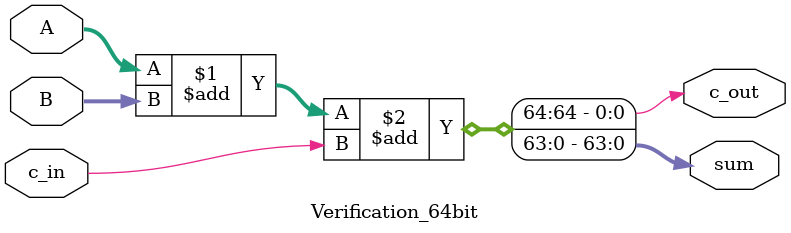
<source format=v>
`timescale 1ns / 1ps


module Verification_64bit(
    output c_out,
    output [63:0] sum,
    input [63:0] A,
    input [63:0] B,
    input c_in
    );
    
assign {c_out, sum} = A + B + c_in;
endmodule

</source>
